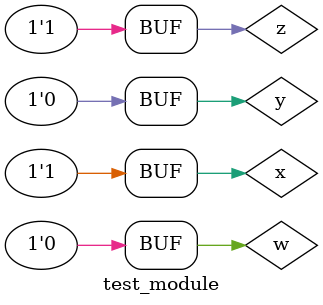
<source format=v>

module SoP (output s, input x, y, w, z);
// mintermos
assign s = ~x & y // 1
| x & ~y; // 2
endmodule // SoP

// ---------------------
// -- test_module
// ---------------------
module test_module;
reg x, y, w, z;
wire s1, s2, s3;

SoP SOP1 (s2, x, y, w, z);

// valores iniciais
initial begin: start
x=1'bx; 
y=1'bx;
end

// parte principal
initial begin: main
// identificacao
$display("Questão 03- Gustavo Martins Lopes da Costa - 690773");

// monitoramento
$display(" x  y = s1 ");
$monitor("%2b %2b = %2b %2b %2b", x, y, s1);
// sinalizacao

#1 w=1;	x=1; y=1; z=1;	
#1 w=1;	x=1; y=1; z=0;	
#1 w=1;	x=1; y=0; z=1;	
#1 w=1;	x=0; y=1; z=1;	
#1 w=0;	x=1; y=1; z=1;	
#1 w=0;	x=0; y=0; z=1;	
#1 w=0;	x=0; y=1; z=0;	
#1 w=0;	x=1; y=0; z=0;	
#1 w=1;	x=0; y=0; z=0;	
#1 w=0;	x=0; y=0; z=0;	
#1 w=1;	x=1; y=0; z=0;	
#1 w=0;	x=0; y=1; z=1;	
#1 w=1;	x=0; y=0; z=1;	
#1 w=0;	x=1; y=1; z=0;	
#1 w=1;	x=0; y=1; z=0;	
#1 w=0;	x=1; y=0; z=1;	

end
endmodule // test_module
</source>
